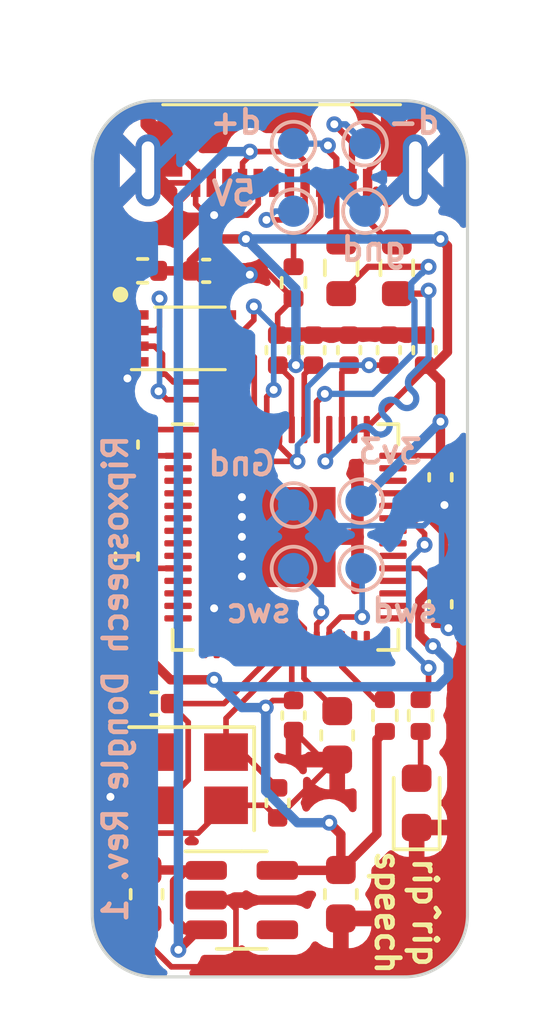
<source format=kicad_pcb>
(kicad_pcb (version 20221018) (generator pcbnew)
  (layers (0 "F.Cu" signal) (31 "B.Cu" signal) (34 "B.Paste" user) (35 "F.Paste" user) (36 "B.SilkS" user "B.Silkscreen") (37 "F.SilkS" user "F.Silkscreen") (38 "B.Mask" user) (39 "F.Mask" user) (44 "Edge.Cuts" user))
  (net 0 "")
  (net 1 "GND")
  (net 2 "Net-(U1-XIN)")
  (net 3 "Net-(U1-XOUT)")
  (net 4 "+1V1")
  (net 5 "+3V3")
  (net 6 "+5V")
  (net 7 "Net-(D1-A)")
  (net 10 "Net-(J1-PadA05)")
  (net 11 "USB_d+")
  (net 12 "USB_d-")
  (net 15 "Net-(U1-RUN)")
  (net 16 "Net-(U1-GPIO25)")
  (net 17 "QSPI_CS")
  (net 18 "SWDIO")
  (net 19 "SWCLK")
  (net 49 "QSPI_SD3")
  (net 50 "QSPI_SCLK")
  (net 51 "QSPI_SD0")
  (net 52 "QSPI_SD2")
  (net 53 "QSPI_SD1")
  (net 55 "/usb-d+")
  (net 56 "/usb-d-")
  (footprint "Resistor_SMD:R_0603_1608Metric" (layer "F.Cu") (at 79.375 105.825 -90)
    (fp_text reference "R5")
    (fp_text value "27")
  )
  (footprint "Capacitor_SMD:C_0402_1005Metric" (layer "F.Cu") (at 77.851 120.142 -90)
    (fp_text reference "C8")
    (fp_text value "0.1u")
  )
  (footprint "Capacitor_SMD:C_0603_1608Metric" (layer "F.Cu") (at 79.364 125.857 -90)
    (fp_text reference "C16")
    (fp_text value "10uF")
  )
  (footprint "Resistor_SMD:R_0402_1005Metric" (layer "F.Cu") (at 80.772 120.142 90)
    (fp_text reference "R1")
    (fp_text value "1K")
  )
  (footprint "Capacitor_SMD:C_0402_1005Metric" (layer "F.Cu") (at 77.343 122.936 90)
    (fp_text reference "C2")
    (fp_text value "12p")
  )
  (footprint "Capacitor_SMD:C_0402_1005Metric" (layer "F.Cu") (at 82.042 108.458 90)
    (fp_text reference "C14")
    (fp_text value "0.1u")
  )
  (footprint "Capacitor_SMD:C_0402_1005Metric" (layer "F.Cu") (at 77.343 108.458 90)
    (fp_text reference "C10")
    (fp_text value "0.1u")
  )
  (footprint "Capacitor_SMD:C_0603_1608Metric" (layer "F.Cu") (at 79.248 120.777 -90)
    (fp_text reference "C4")
    (fp_text value "1u")
  )
  (footprint "Capacitor_SMD:C_0402_1005Metric" (layer "F.Cu") (at 82.55 112.522 -90)
    (fp_text reference "C9")
    (fp_text value "0.1u")
  )
  (footprint "Package_DFN_QFN:QFN-56-1EP_7x7mm_P0.4mm_EP3.2x3.2mm" (layer "F.Cu") (at 77.594 114.4355)
    (fp_text reference "U1")
    (fp_text value "RP2040")
  )
  (footprint "Capacitor_SMD:C_0603_1608Metric" (layer "F.Cu") (at 73.152 125.857 -90)
    (fp_text reference "C15")
    (fp_text value "10uF")
  )
  (footprint "Resistor_SMD:R_0402_1005Metric" (layer "F.Cu") (at 73.025 105.922)
    (fp_text reference "R3")
    (fp_text value "10K")
  )
  (footprint "Crystal:Crystal_SMD_3225-4Pin_3.2x2.5mm" (layer "F.Cu") (at 74.592 122.163 180)
    (fp_text reference "Y1")
    (fp_text value "12Mhz")
  )
  (footprint "Capacitor_SMD:C_0402_1005Metric" (layer "F.Cu") (at 72.517 111.478 90)
    (fp_text reference "C13")
    (fp_text value "0.1u")
  )
  (footprint "Library:PLUG-USBC-121SMT-4BS2S" (layer "F.Cu") (at 77.47 100.608 180)
    (fp_text reference "J1")
    (fp_text value "~")
  )
  (footprint "Capacitor_SMD:C_0402_1005Metric" (layer "F.Cu") (at 80.899 108.458 90)
    (fp_text reference "C5")
    (fp_text value "0.1u")
  )
  (footprint "Capacitor_SMD:C_0402_1005Metric" (layer "F.Cu") (at 82.55 116.586 -90)
    (fp_text reference "C7")
    (fp_text value "0.1u")
  )
  (footprint "Package_TO_SOT_SMD:SOT-23-5" (layer "F.Cu") (at 76.1945 126.045)
    (fp_text reference "U3")
    (fp_text value "AP2112K-3.3")
  )
  (footprint "Capacitor_SMD:C_0402_1005Metric" (layer "F.Cu") (at 72.517 115.062 90)
    (fp_text reference "C12")
    (fp_text value "0.1u")
  )
  (footprint "Capacitor_SMD:C_0402_1005Metric" (layer "F.Cu") (at 78.486 108.458 90)
    (fp_text reference "C6")
    (fp_text value "0.1u")
  )
  (footprint "Capacitor_SMD:C_0402_1005Metric" (layer "F.Cu") (at 75.057 105.922)
    (fp_text reference "C11")
    (fp_text value "0.1u")
  )
  (footprint "Resistor_SMD:R_0402_1005Metric" (layer "F.Cu") (at 77.851 106.299 90)
    (fp_text reference "R4")
    (fp_text value "5.1k")
  )
  (footprint "Capacitor_SMD:C_0402_1005Metric" (layer "F.Cu") (at 73.406 119.761)
    (fp_text reference "C1")
    (fp_text value "12p")
  )
  (footprint "Library:SON50P300X200X60-9N" (layer "F.Cu") (at 74.165 108.081)
    (fp_text reference "U2")
    (fp_text value "W25Q64JV")
  )
  (footprint "Capacitor_SMD:C_0402_1005Metric" (layer "F.Cu") (at 79.629 108.458 90)
    (fp_text reference "C3")
    (fp_text value "0.1u")
  )
  (footprint "Resistor_SMD:R_0603_1608Metric" (layer "F.Cu") (at 81.153 105.825 -90)
    (fp_text reference "R6")
    (fp_text value "27")
  )
  (footprint "Resistor_SMD:R_0402_1005Metric" (layer "F.Cu") (at 81.915 120.142 90)
    (fp_text reference "R2")
    (fp_text value "470")
  )
  (footprint "LED_SMD:LED_0603_1608Metric" (layer "F.Cu") (at 81.788 122.936 90)
    (fp_text reference "D1")
    (fp_text value "Blue")
  )
  (footprint "TestPoint:TestPoint_Pad_D1.0mm" (layer "B.Cu") (at 80.137 101.854 180)
    (fp_text reference "TP6")
    (fp_text value "TestPoint")
  )
  (footprint "TestPoint:TestPoint_Pad_D1.0mm" (layer "B.Cu") (at 80.137 104.013 180)
    (fp_text reference "TP2")
    (fp_text value "TestPoint")
  )
  (footprint "TestPoint:TestPoint_Pad_D1.0mm" (layer "B.Cu") (at 77.851 104.013 180)
    (fp_text reference "TP7")
    (fp_text value "TestPoint")
  )
  (footprint "TestPoint:TestPoint_Pad_D1.0mm" (layer "B.Cu") (at 77.851 113.411 180)
    (fp_text reference "TP8")
    (fp_text value "TestPoint")
  )
  (footprint "TestPoint:TestPoint_Pad_D1.0mm" (layer "B.Cu") (at 77.851 101.854 180)
    (fp_text reference "TP5")
    (fp_text value "TestPoint")
  )
  (footprint "TestPoint:TestPoint_Pad_D1.0mm" (layer "B.Cu") (at 80.01 115.443 180)
    (fp_text reference "TP3")
    (fp_text value "TestPoint")
  )
  (footprint "TestPoint:TestPoint_Pad_D1.0mm" (layer "B.Cu") (at 80.01 113.284 180)
    (fp_text reference "TP1")
    (fp_text value "TestPoint")
  )
  (footprint "TestPoint:TestPoint_Pad_D1.0mm" (layer "B.Cu") (at 77.851 115.443 180)
    (fp_text reference "TP4")
    (fp_text value "TestPoint")
  )
  (gr_arc (start 81.4136 100.4824) (mid 82.827814 101.068186) (end 83.4136 102.4824) (stroke (width 0.1)) (layer "Edge.Cuts"))
  (gr_arc (start 73.4136 128.5) (mid 71.999386 127.914214) (end 71.4136 126.5) (stroke (width 0.1)) (layer "Edge.Cuts"))
  (gr_arc (start 71.4136 102.4824) (mid 71.999386 101.068186) (end 73.4136 100.4824) (stroke (width 0.1)) (layer "Edge.Cuts"))
  (gr_line (start 71.4136 126.5) (end 71.4136 102.4824) (stroke (width 0.1)) (layer "Edge.Cuts"))
  (gr_line (start 83.4136 102.4824) (end 83.4136 126.5) (stroke (width 0.1)) (layer "Edge.Cuts"))
  (gr_line (start 81.4136 128.5) (end 73.4136 128.5) (stroke (width 0.1)) (layer "Edge.Cuts"))
  (gr_arc (start 83.4136 126.5) (mid 82.827814 127.914214) (end 81.4136 128.5) (stroke (width 0.1)) (layer "Edge.Cuts"))
  (gr_line (start 73.4136 100.4824) (end 81.4136 100.4824) (stroke (width 0.1)) (layer "Edge.Cuts"))
  (gr_text "3v3" (at 82.042 112.141) (layer "B.SilkS") (effects (font (size 0.75 0.75)) (justify left bottom mirror)))
  (gr_text "5V" (at 76.708 103.886) (layer "B.SilkS") (effects (font (size 0.75 0.75)) (justify left bottom mirror)))
  (gr_text "d+" (at 76.9112 101.6) (layer "B.SilkS") (effects (font (size 0.75 0.75)) (justify left bottom mirror)))
  (gr_text "d-" (at 82.6008 101.6) (layer "B.SilkS") (effects (font (size 0.75 0.75)) (justify left bottom mirror)))
  (gr_text "Ripxospeech Dongle Rev. 1" (at 72.5932 111.0996 90) (layer "B.SilkS") (effects (font (size 0.75 0.75)) (justify left bottom mirror)))
  (gr_text "Gnd" (at 77.343 112.522) (layer "B.SilkS") (effects (font (size 0.75 0.75)) (justify left bottom mirror)))
  (gr_text "swd" (at 82.55 117.221) (layer "B.SilkS") (effects (font (size 0.75 0.75)) (justify left bottom mirror)))
  (gr_text "gnd" (at 81.534 105.664) (layer "B.SilkS") (effects (font (size 0.75 0.75)) (justify left bottom mirror)))
  (gr_text "swc" (at 77.851 117.221) (layer "B.SilkS") (effects (font (size 0.75 0.75)) (justify left bottom mirror)))
  (gr_text "rip^rip\nspeech" (at 80.4164 126.4412 270) (layer "F.SilkS") (effects (font (size 0.75 0.75)) (justify bottom)))
  (segment (start 80.22 103.108) (end 80.22 102.733) (width 0.18) (layer "F.Cu") (net 1))
  (segment (start 76.594 117.873) (end 76.594 117.353282) (width 0.18) (layer "F.Cu") (net 1))
  (segment (start 72 122.748517) (end 71.994401 122.742918) (width 0.18) (layer "F.Cu") (net 1))
  (segment (start 72.765 109.1345) (end 72.765 108.831) (width 0.18) (layer "F.Cu") (net 1))
  (segment (start 73.152 127.388333) (end 73.942667 128.179) (width 0.18) (layer "F.Cu") (net 1))
  (segment (start 72.502 123.903) (end 72 123.401) (width 0.18) (layer "F.Cu") (net 1))
  (segment (start 72 123.401) (end 72 122.748517) (width 0.18) (layer "F.Cu") (net 1))
  (segment (start 76.94 123.013) (end 77.343 123.416) (width 0.18) (layer "F.Cu") (net 1))
  (segment (start 75.692 117.094) (end 75.311 116.713) (width 0.18) (layer "F.Cu") (net 1))
  (segment (start 75.692 123.013) (end 74.802 123.903) (width 0.18) (layer "F.Cu") (net 1))
  (segment (start 76.577 105.922) (end 76.454 106.045) (width 0.18) (layer "F.Cu") (net 1))
  (segment (start 75.072 104.14) (end 74.72 103.788) (width 0.18) (layer "F.Cu") (net 1))
  (segment (start 76.0095 127.9905) (end 76.0095 126.335001) (width 0.18) (layer "F.Cu") (net 1))
  (segment (start 80.22 102.733) (end 81.045 101.908) (width 0.18) (layer "F.Cu") (net 1))
  (segment (start 74.72 102.733) (end 73.895 101.908) (width 0.18) (layer "F.Cu") (net 1))
  (segment (start 77.851 106.809) (end 76.964 105.922) (width 0.18) (layer "F.Cu") (net 1))
  (segment (start 79.248 121.552) (end 79.207 121.552) (width 0.18) (layer "F.Cu") (net 1))
  (segment (start 77.343 107.978) (end 77.343 107.317) (width 0.18) (layer "F.Cu") (net 1))
  (segment (start 75.719499 126.045) (end 75.057 126.045) (width 0.18) (layer "F.Cu") (net 1))
  (segment (start 73.595 103.108) (end 73.195 102.708) (width 0.18) (layer "F.Cu") (net 1))
  (segment (start 77.343 107.317) (end 77.851 106.809) (width 0.18) (layer "F.Cu") (net 1))
  (segment (start 72 122.705) (end 73.392 121.313) (width 0.18) (layer "F.Cu") (net 1))
  (segment (start 82.677 113.129) (end 82.55 113.002) (width 0.18) (layer "F.Cu") (net 1))
  (segment (start 76.368 104.14) (end 75.311 104.14) (width 0.18) (layer "F.Cu") (net 1))
  (segment (start 74.72 103.788) (end 74.72 103.108) (width 0.18) (layer "F.Cu") (net 1))
  (segment (start 76.334718 117.094) (end 75.692 117.094) (width 0.18) (layer "F.Cu") (net 1))
  (segment (start 81.045 102.008) (end 81.745 102.708) (width 0.18) (layer "F.Cu") (net 1))
  (segment (start 82.55 117.094) (end 82.804 117.348) (width 0.18) (layer "F.Cu") (net 1))
  (segment (start 76.0095 126.335001) (end 75.719499 126.045) (width 0.18) (layer "F.Cu") (net 1))
  (segment (start 76.72 103.108) (end 76.72 103.788) (width 0.18) (layer "F.Cu") (net 1))
  (segment (start 72.538063 109.361437) (end 72.765 109.1345) (width 0.18) (layer "F.Cu") (net 1))
  (segment (start 79.248 121.552) (end 78.781 121.552) (width 0.18) (layer "F.Cu") (net 1))
  (segment (start 76.964 105.922) (end 76.577 105.922) (width 0.18) (layer "F.Cu") (net 1))
  (segment (start 78.781 121.552) (end 77.851 120.622) (width 0.18) (layer "F.Cu") (net 1))
  (segment (start 75.311 104.14) (end 75.072 104.14) (width 0.18) (layer "F.Cu") (net 1))
  (segment (start 76.72 103.788) (end 76.368 104.14) (width 0.18) (layer "F.Cu") (net 1))
  (segment (start 76.454 106.045) (end 76.331 105.922) (width 0.18) (layer "F.Cu") (net 1))
  (segment (start 82.677 113.411) (end 82.677 113.129) (width 0.18) (layer "F.Cu") (net 1))
  (segment (start 72 122.737319) (end 72 122.705) (width 0.18) (layer "F.Cu") (net 1))
  (segment (start 82.55 117.066) (end 82.55 117.094) (width 0.18) (layer "F.Cu") (net 1))
  (segment (start 73.942667 128.179) (end 75.821 128.179) (width 0.18) (layer "F.Cu") (net 1))
  (segment (start 74.802 123.903) (end 72.502 123.903) (width 0.18) (layer "F.Cu") (net 1))
  (segment (start 76.594 117.353282) (end 76.334718 117.094) (width 0.18) (layer "F.Cu") (net 1))
  (segment (start 76.331 105.922) (end 75.537 105.922) (width 0.18) (layer "F.Cu") (net 1))
  (segment (start 74.72 103.108) (end 73.595 103.108) (width 0.18) (layer "F.Cu") (net 1))
  (segment (start 79.207 121.552) (end 77.343 123.416) (width 0.18) (layer "F.Cu") (net 1))
  (segment (start 73.152 126.632) (end 73.152 127.388333) (width 0.18) (layer "F.Cu") (net 1))
  (segment (start 71.994401 122.742918) (end 72 122.737319) (width 0.18) (layer "F.Cu") (net 1))
  (segment (start 75.821 128.179) (end 76.0095 127.9905) (width 0.18) (layer "F.Cu") (net 1))
  (segment (start 81.045 101.908) (end 81.045 102.008) (width 0.18) (layer "F.Cu") (net 1))
  (segment (start 74.72 103.108) (end 74.72 102.733) (width 0.18) (layer "F.Cu") (net 1))
  (segment (start 73.392 121.313) (end 73.492 121.313) (width 0.18) (layer "F.Cu") (net 1))
  (segment (start 75.692 123.013) (end 76.94 123.013) (width 0.18) (layer "F.Cu") (net 1))
  (via (at 72.538063 109.361437) (size 0.508) (drill 0.254) (layers "F.Cu" "B.Cu") (net 1))
  (via (at 76.2 113.157) (size 0.508) (drill 0.254) (layers "F.Cu" "B.Cu") (net 1))
  (via (at 82.677 113.411) (size 0.508) (drill 0.254) (layers "F.Cu" "B.Cu") (net 1))
  (via (at 75.311 104.14) (size 0.508) (drill 0.254) (layers "F.Cu" "B.Cu") (net 1))
  (via (at 76.2 115.062) (size 0.508) (drill 0.254) (layers "F.Cu" "B.Cu") (net 1))
  (via (at 71.994401 122.742918) (size 0.508) (drill 0.254) (layers "F.Cu" "B.Cu") (net 1))
  (via (at 76.2 113.792) (size 0.508) (drill 0.254) (layers "F.Cu" "B.Cu") (net 1))
  (via (at 82.804 117.348) (size 0.508) (drill 0.254) (layers "F.Cu" "B.Cu") (net 1))
  (via (at 76.2 114.427) (size 0.508) (drill 0.254) (layers "F.Cu" "B.Cu") (net 1))
  (via (at 76.454 106.045) (size 0.508) (drill 0.254) (layers "F.Cu" "B.Cu") (net 1))
  (via (at 75.311 116.713) (size 0.508) (drill 0.254) (layers "F.Cu" "B.Cu") (net 1))
  (via (at 76.2 115.697) (size 0.508) (drill 0.254) (layers "F.Cu" "B.Cu") (net 1))
  (segment (start 82.677 113.411) (end 82.014 114.074) (width 0.18) (layer "B.Cu") (net 1))
  (segment (start 75.311 116.713) (end 75.311 116.586) (width 0.18) (layer "B.Cu") (net 1))
  (segment (start 76.454 106.045) (end 75.311 104.902) (width 0.18) (layer "B.Cu") (net 1))
  (segment (start 82.014 114.074) (end 78.514 114.074) (width 0.18) (layer "B.Cu") (net 1))
  (segment (start 79.121 102.997) (end 76.454 102.997) (width 0.18) (layer "B.Cu") (net 1))
  (segment (start 82.804 117.348) (end 82.586 117.13) (width 0.18) (layer "B.Cu") (net 1))
  (segment (start 78.514 114.074) (end 77.851 113.411) (width 0.18) (layer "B.Cu") (net 1))
  (segment (start 75.311 116.586) (end 76.2 115.697) (width 0.18) (layer "B.Cu") (net 1))
  (segment (start 80.137 104.013) (end 79.121 102.997) (width 0.18) (layer "B.Cu") (net 1))
  (segment (start 76.454 102.997) (end 75.311 104.14) (width 0.18) (layer "B.Cu") (net 1))
  (segment (start 82.586 113.502) (end 82.677 113.411) (width 0.18) (layer "B.Cu") (net 1))
  (segment (start 82.586 117.13) (end 82.586 113.502) (width 0.18) (layer "B.Cu") (net 1))
  (segment (start 75.311 104.902) (end 75.311 104.14) (width 0.18) (layer "B.Cu") (net 1))
  (segment (start 73.672 123.013) (end 74.482 122.203) (width 0.18) (layer "F.Cu") (net 2))
  (segment (start 75.625718 119.761) (end 73.886 119.761) (width 0.18) (layer "F.Cu") (net 2))
  (segment (start 74.482 122.203) (end 74.482 120.357) (width 0.18) (layer "F.Cu") (net 2))
  (segment (start 73.492 123.013) (end 73.672 123.013) (width 0.18) (layer "F.Cu") (net 2))
  (segment (start 76.994 117.873) (end 76.994 118.392718) (width 0.18) (layer "F.Cu") (net 2))
  (segment (start 76.994 118.392718) (end 75.625718 119.761) (width 0.18) (layer "F.Cu") (net 2))
  (segment (start 74.482 120.357) (end 73.886 119.761) (width 0.18) (layer "F.Cu") (net 2))
  (segment (start 75.692 120.23212) (end 77.394 118.53012) (width 0.18) (layer "F.Cu") (net 3))
  (segment (start 77.343 122.456) (end 76.2 121.313) (width 0.18) (layer "F.Cu") (net 3))
  (segment (start 77.394 118.53012) (end 77.394 117.873) (width 0.18) (layer "F.Cu") (net 3))
  (segment (start 76.2 121.313) (end 75.692 121.313) (width 0.18) (layer "F.Cu") (net 3))
  (segment (start 75.692 121.313) (end 75.692 120.23212) (width 0.18) (layer "F.Cu") (net 3))
  (segment (start 79.629 108.938) (end 80.264 108.938) (width 0.18) (layer "F.Cu") (net 4))
  (segment (start 78.194 117.873) (end 78.194 117.353282) (width 0.18) (layer "F.Cu") (net 4))
  (segment (start 77.394 110.998) (end 77.394 111.517718) (width 0.18) (layer "F.Cu") (net 4))
  (segment (start 77.890282 112.014) (end 77.978 112.014) (width 0.18) (layer "F.Cu") (net 4))
  (segment (start 78.194 117.353282) (end 77.553718 116.713) (width 0.18) (layer "F.Cu") (net 4))
  (segment (start 80.264 108.938) (end 80.899 108.938) (width 0.18) (layer "F.Cu") (net 4))
  (segment (start 75.311 112.9385) (end 76.2355 112.014) (width 0.18) (layer "F.Cu") (net 4))
  (segment (start 77.553718 116.713) (end 76.2 116.713) (width 0.18) (layer "F.Cu") (net 4))
  (segment (start 79.235 120.002) (end 78.184 118.951) (width 0.18) (layer "F.Cu") (net 4))
  (segment (start 78.184 117.883) (end 78.194 117.873) (width 0.18) (layer "F.Cu") (net 4))
  (segment (start 79.248 120.002) (end 79.235 120.002) (width 0.18) (layer "F.Cu") (net 4))
  (segment (start 79.394 110.998) (end 79.394 109.173) (width 0.18) (layer "F.Cu") (net 4))
  (segment (start 76.2355 112.014) (end 77.978 112.014) (width 0.18) (layer "F.Cu") (net 4))
  (segment (start 79.394 109.173) (end 79.629 108.938) (width 0.18) (layer "F.Cu") (net 4))
  (segment (start 77.394 111.517718) (end 77.890282 112.014) (width 0.18) (layer "F.Cu") (net 4))
  (segment (start 78.184 118.951) (end 78.184 117.883) (width 0.18) (layer "F.Cu") (net 4))
  (segment (start 76.2 116.713) (end 75.311 115.824) (width 0.18) (layer "F.Cu") (net 4))
  (segment (start 75.311 115.824) (end 75.311 112.9385) (width 0.18) (layer "F.Cu") (net 4))
  (via (at 80.264 108.938) (size 0.508) (drill 0.254) (layers "F.Cu" "B.Cu") (net 4))
  (via (at 77.978 112.014) (size 0.508) (drill 0.254) (layers "F.Cu" "B.Cu") (net 4))
  (segment (start 77.978 112.014) (end 77.978 111.506) (width 0.18) (layer "B.Cu") (net 4))
  (segment (start 78.998167 108.938) (end 80.264 108.938) (width 0.18) (layer "B.Cu") (net 4))
  (segment (start 78.3065 109.629667) (end 78.998167 108.938) (width 0.18) (layer "B.Cu") (net 4))
  (segment (start 78.3065 111.1775) (end 78.3065 109.629667) (width 0.18) (layer "B.Cu") (net 4))
  (segment (start 77.978 111.506) (end 78.3065 111.1775) (width 0.18) (layer "B.Cu") (net 4))
  (segment (start 82.240001 116.106) (end 82.55 116.106) (width 0.3) (layer "F.Cu") (net 5))
  (segment (start 79.794 110.998) (end 80.01 110.998) (width 0.18) (layer "F.Cu") (net 5))
  (segment (start 74.577 105.922) (end 74.577 105.612001) (width 0.3) (layer "F.Cu") (net 5))
  (segment (start 82.55 110.744) (end 82.55 112.042) (width 0.3) (layer "F.Cu") (net 5))
  (segment (start 77.332 125.095) (end 79.351 125.095) (width 0.3) (layer "F.Cu") (net 5))
  (segment (start 73.279 114.9275) (end 72.6645 115.542) (width 0.3) (layer "F.Cu") (net 5))
  (segment (start 80.518 123.928) (end 79.364 125.082) (width 0.3) (layer "F.Cu") (net 5))
  (segment (start 82.55 109.446) (end 82.55 110.744) (width 0.3) (layer "F.Cu") (net 5))
  (segment (start 72.517 111.958) (end 73.279 112.72) (width 0.3) (layer "F.Cu") (net 5))
  (segment (start 77.343 108.938) (end 78.486 108.938) (width 0.18) (layer "F.Cu") (net 5))
  (segment (start 74.577 105.612001) (end 75.287001 104.902) (width 0.3) (layer "F.Cu") (net 5))
  (segment (start 80.01 110.998) (end 80.194 110.998) (width 0.18) (layer "F.Cu") (net 5))
  (segment (start 82.042 109.093) (end 82.042 108.938) (width 0.18) (layer "F.Cu") (net 5))
  (segment (start 82.55 116.106) (end 82.646 116.01) (width 0.3) (layer "F.Cu") (net 5))
  (segment (start 75.565 107.331) (end 75.565 106.91) (width 0.18) (layer "F.Cu") (net 5))
  (segment (start 77.188 119.662) (end 76.962 119.888) (width 0.18) (layer "F.Cu") (net 5))
  (segment (start 75.311 118.999) (end 73.914 118.999) (width 0.3) (layer "F.Cu") (net 5))
  (segment (start 72.6645 115.542) (end 72.517 115.542) (width 0.3) (layer "F.Cu") (net 5))
  (segment (start 82.351999 108.938) (end 82.773 108.516999) (width 0.3) (layer "F.Cu") (net 5))
  (segment (start 82.042 108.938) (end 82.351999 108.938) (width 0.3) (layer "F.Cu") (net 5))
  (segment (start 75.287001 104.902) (end 76.327 104.902) (width 0.3) (layer "F.Cu") (net 5))
  (segment (start 82.646 114.2535) (end 81.819 113.4265) (width 0.3) (layer "F.Cu") (net 5))
  (segment (start 82.307753 117.924237) (end 82.237237 117.924237) (width 0.3) (layer "F.Cu") (net 5))
  (segment (start 77.784 109.379) (end 77.343 108.938) (width 0.18) (layer "F.Cu") (net 5))
  (segment (start 82.55 116.106) (end 81.8795 115.4355) (width 0.18) (layer "F.Cu") (net 5))
  (segment (start 81.819 113.4265) (end 81.819 112.618) (width 0.3) (layer "F.Cu") (net 5))
  (segment (start 77.851 119.662) (end 77.794 119.605) (width 0.18) (layer "F.Cu") (net 5))
  (segment (start 72.517 117.602) (end 72.517 115.542) (width 0.3) (layer "F.Cu") (net 5))
  (segment (start 72.6395 111.8355) (end 74.1565 111.8355) (width 0.18) (layer "F.Cu") (net 5))
  (segment (start 81.89 117.577) (end 81.89 116.456001) (width 0.3) (layer "F.Cu") (net 5))
  (segment (start 82.55 112.042) (end 82.3435 111.8355) (width 0.18) (layer "F.Cu") (net 5))
  (segment (start 82.395 112.042) (end 82.55 112.042) (width 0.3) (layer "F.Cu") (net 5))
  (segment (start 82.237237 117.924237) (end 81.89 117.577) (width 0.3) (layer "F.Cu") (net 5))
  (segment (start 80.01 110.998) (end 80.137 110.998) (width 0.18) (layer "F.Cu") (net 5))
  (segment (start 78.194 110.998) (end 78.194 109.23) (width 0.18) (layer "F.Cu") (net 5))
  (segment (start 81.89 116.456001) (end 82.240001 116.106) (width 0.3) (layer "F.Cu") (net 5))
  (segment (start 82.646 116.01) (end 82.646 114.2535) (width 0.3) (layer "F.Cu") (net 5))
  (segment (start 82.042 108.938) (end 82.55 109.446) (width 0.3) (layer "F.Cu") (net 5))
  (segment (start 81.8795 115.4355) (end 81.0315 115.4355) (width 0.18) (layer "F.Cu") (net 5))
  (segment (start 82.773 108.516999) (end 82.773 105.125) (width 0.3) (layer "F.Cu") (net 5))
  (segment (start 73.914 118.999) (end 72.517 117.602) (width 0.3) (layer "F.Cu") (net 5))
  (segment (start 73.535 105.922) (end 74.577 105.922) (width 0.3) (layer "F.Cu") (net 5))
  (segment (start 82.3435 111.8355) (end 81.0315 111.8355) (width 0.18) (layer "F.Cu") (net 5))
  (segment (start 82.773 105.125) (end 82.55 104.902) (width 0.3) (layer "F.Cu") (net 5))
  (segment (start 79.364 123.941) (end 78.994 123.571) (width 0.3) (layer "F.Cu") (net 5))
  (segment (start 72.517 111.958) (end 72.6395 111.8355) (width 0.18) (layer "F.Cu") (net 5))
  (segment (start 77.794 110.998) (end 77.784 110.988) (width 0.18) (layer "F.Cu") (net 5))
  (segment (start 72.6235 115.4355) (end 74.1565 115.4355) (width 0.18) (layer "F.Cu") (net 5))
  (segment (start 79.364 125.082) (end 79.364 123.941) (width 0.3) (layer "F.Cu") (net 5))
  (segment (start 77.794 119.605) (end 77.794 117.873) (width 0.18) (layer "F.Cu") (net 5))
  (segment (start 75.565 106.91) (end 74.577 105.922) (width 0.18) (layer "F.Cu") (net 5))
  (segment (start 72.517 115.542) (end 72.6235 115.4355) (width 0.18) (layer "F.Cu") (net 5))
  (segment (start 78.194 109.23) (end 78.486 108.938) (width 0.18) (layer "F.Cu") (net 5))
  (segment (start 81.819 112.618) (end 82.395 112.042) (width 0.3) (layer "F.Cu") (net 5))
  (segment (start 73.279 112.72) (end 73.279 114.9275) (width 0.3) (layer "F.Cu") (net 5))
  (segment (start 80.518 120.906) (end 80.518 123.928) (width 0.3) (layer "F.Cu") (net 5))
  (segment (start 79.351 125.095) (end 79.364 125.082) (width 0.3) (layer "F.Cu") (net 5))
  (segment (start 80.772 120.652) (end 80.518 120.906) (width 0.3) (layer "F.Cu") (net 5))
  (segment (start 77.851 119.662) (end 77.188 119.662) (width 0.18) (layer "F.Cu") (net 5))
  (segment (start 77.784 110.988) (end 77.784 109.379) (width 0.18) (layer "F.Cu") (net 5))
  (segment (start 80.137 110.998) (end 82.042 109.093) (width 0.18) (layer "F.Cu") (net 5))
  (via (at 78.994 123.571) (size 0.508) (drill 0.254) (layers "F.Cu" "B.Cu") (net 5))
  (via (at 82.55 110.744) (size 0.508) (drill 0.254) (layers "F.Cu" "B.Cu") (net 5))
  (via (at 75.311 118.999) (size 0.508) (drill 0.254) (layers "F.Cu" "B.Cu") (net 5))
  (via (at 77.9272 108.938) (size 0.508) (drill 0.254) (layers "F.Cu" "B.Cu") (net 5))
  (via (at 76.962 119.888) (size 0.508) (drill 0.254) (layers "F.Cu" "B.Cu") (net 5))
  (via (at 82.307753 117.924237) (size 0.508) (drill 0.254) (layers "F.Cu" "B.Cu") (net 5))
  (via (at 76.327 104.902) (size 0.508) (drill 0.254) (layers "F.Cu" "B.Cu") (net 5))
  (via (at 82.55 104.902) (size 0.508) (drill 0.254) (layers "F.Cu" "B.Cu") (net 5))
  (segment (start 82.419185 118.014) (end 82.804 118.398815) (width 0.3) (layer "B.Cu") (net 5))
  (segment (start 82.397516 118.014) (end 82.419185 118.014) (width 0.3) (layer "B.Cu") (net 5))
  (segment (start 75.534 119.222) (end 75.311 118.999) (width 0.3) (layer "B.Cu") (net 5))
  (segment (start 76.962 119.888) (end 76.2 119.888) (width 0.3) (layer "B.Cu") (net 5))
  (segment (start 77.9272 106.5022) (end 77.9272 108.938) (width 0.3) (layer "B.Cu") (net 5))
  (segment (start 80.01 113.284) (end 82.55 110.744) (width 0.3) (layer "B.Cu") (net 5))
  (segment (start 82.804 118.398815) (end 82.804 118.872) (width 0.3) (layer "B.Cu") (net 5))
  (segment (start 82.454 119.222) (end 75.534 119.222) (width 0.3) (layer "B.Cu") (net 5))
  (segment (start 76.2 119.888) (end 75.311 118.999) (width 0.3) (layer "B.Cu") (net 5))
  (segment (start 78.994 123.571) (end 77.978 123.571) (width 0.3) (layer "B.Cu") (net 5))
  (segment (start 82.307753 117.924237) (end 82.397516 118.014) (width 0.3) (layer "B.Cu") (net 5))
  (segment (start 77.978 123.571) (end 76.962 122.555) (width 0.3) (layer "B.Cu") (net 5))
  (segment (start 76.962 122.555) (end 76.962 119.888) (width 0.3) (layer "B.Cu") (net 5))
  (segment (start 76.327 104.902) (end 77.9272 106.5022) (width 0.3) (layer "B.Cu") (net 5))
  (segment (start 82.55 104.902) (end 76.327 104.902) (width 0.3) (layer "B.Cu") (net 5))
  (segment (start 82.804 118.872) (end 82.454 119.222) (width 0.3) (layer "B.Cu") (net 5))
  (segment (start 74.394501 125.095) (end 75.057 125.095) (width 0.3) (layer "F.Cu") (net 6))
  (segment (start 77.715676 104.292324) (end 78.22 103.788) (width 0.18) (layer "F.Cu") (net 6))
  (segment (start 78.22 102.428) (end 78.22 103.108) (width 0.18) (layer "F.Cu") (net 6))
  (segment (start 76.454 102.108) (end 76.454 102.235) (width 0.18) (layer "F.Cu") (net 6))
  (segment (start 78.22 103.788) (end 78.22 103.108) (width 0.18) (layer "F.Cu") (net 6))
  (segment (start 76.22 102.469) (end 76.22 103.108) (width 0.18) (layer "F.Cu") (net 6))
  (segment (start 75.057 126.995) (end 74.808 126.995) (width 0.3) (layer "F.Cu") (net 6))
  (segment (start 74.0445 126.644999) (end 74.0445 125.445001) (width 0.3) (layer "F.Cu") (net 6))
  (segment (start 74.808 126.995) (end 74.168 127.635) (width 0.3) (layer "F.Cu") (net 6))
  (segment (start 73.152 125.082) (end 75.044 125.082) (width 0.3) (layer "F.Cu") (net 6))
  (segment (start 77.9 102.108) (end 78.22 102.428) (width 0.18) (layer "F.Cu") (net 6))
  (segment (start 74.0445 125.445001) (end 74.394501 125.095) (width 0.3) (layer "F.Cu") (net 6))
  (segment (start 76.984303 104.292324) (end 77.715676 104.292324) (width 0.18) (layer "F.Cu") (net 6))
  (segment (start 76.454 102.108) (end 77.9 102.108) (width 0.18) (layer "F.Cu") (net 6))
  (segment (start 75.057 126.995) (end 74.394501 126.995) (width 0.3) (layer "F.Cu") (net 6))
  (segment (start 75.044 125.082) (end 75.057 125.095) (width 0.3) (layer "F.Cu") (net 6))
  (segment (start 74.394501 126.995) (end 74.0445 126.644999) (width 0.3) (layer "F.Cu") (net 6))
  (segment (start 76.454 102.235) (end 76.22 102.469) (width 0.18) (layer "F.Cu") (net 6))
  (via (at 76.454 102.108) (size 0.508) (drill 0.254) (layers "F.Cu" "B.Cu") (net 6))
  (via (at 74.168 127.635) (size 0.508) (drill 0.254) (layers "F.Cu" "B.Cu") (net 6))
  (via (at 76.984303 104.292324) (size 0.508) (drill 0.254) (layers "F.Cu" "B.Cu") (net 6))
  (segment (start 76.454 102.108) (end 75.692 102.108) (width 0.3) (layer "B.Cu") (net 6))
  (segment (start 75.692 102.108) (end 74.168 103.632) (width 0.3) (layer "B.Cu") (net 6))
  (segment (start 77.263627 104.013) (end 76.984303 104.292324) (width 0.18) (layer "B.Cu") (net 6))
  (segment (start 74.168 103.632) (end 74.168 127.635) (width 0.3) (layer "B.Cu") (net 6))
  (segment (start 77.851 104.013) (end 77.263627 104.013) (width 0.18) (layer "B.Cu") (net 6))
  (segment (start 81.915 120.652) (end 81.915 122.0215) (width 0.18) (layer "F.Cu") (net 7))
  (segment (start 81.915 122.0215) (end 81.788 122.1485) (width 0.18) (layer "F.Cu") (net 7))
  (segment (start 77.851 105.789) (end 77.851 105.029) (width 0.18) (layer "F.Cu") (net 10))
  (segment (start 77.851 105.029) (end 78.72 104.16) (width 0.18) (layer "F.Cu") (net 10))
  (segment (start 78.72 104.16) (end 78.72 103.108) (width 0.18) (layer "F.Cu") (net 10))
  (segment (start 79.22 103.108) (end 79.22 104.845) (width 0.2) (layer "F.Cu") (net 11))
  (segment (start 79.22 102.334) (end 79.22 103.108) (width 0.2) (layer "F.Cu") (net 11))
  (segment (start 79.22 104.845) (end 79.375 105) (width 0.2) (layer "F.Cu") (net 11))
  (segment (start 78.950498 102.064498) (end 79.22 102.334) (width 0.2) (layer "F.Cu") (net 11))
  (segment (start 78.950498 101.912002) (end 78.950498 102.064498) (width 0.2) (layer "F.Cu") (net 11))
  (via (at 78.950498 101.912002) (size 0.508) (drill 0.254) (layers "F.Cu" "B.Cu") (net 11))
  (segment (start 78.892496 101.854) (end 77.851 101.854) (width 0.2) (layer "B.Cu") (net 11))
  (segment (start 78.950498 101.912002) (end 78.892496 101.854) (width 0.2) (layer "B.Cu") (net 11))
  (segment (start 80.912 105) (end 81.153 105) (width 0.2) (layer "F.Cu") (net 12))
  (segment (start 79.72 103.108) (end 79.72 103.808) (width 0.2) (layer "F.Cu") (net 12))
  (segment (start 79.154568 101.23457) (end 79.72 101.800002) (width 0.2) (layer "F.Cu") (net 12))
  (segment (start 79.72 101.800002) (end 79.72 103.108) (width 0.2) (layer "F.Cu") (net 12))
  (segment (start 79.72 103.808) (end 80.912 105) (width 0.2) (layer "F.Cu") (net 12))
  (via (at 79.154568 101.23457) (size 0.508) (drill 0.254) (layers "F.Cu" "B.Cu") (net 12))
  (segment (start 79.51757 101.23457) (end 80.137 101.854) (width 0.2) (layer "B.Cu") (net 12))
  (segment (start 79.154568 101.23457) (end 79.51757 101.23457) (width 0.2) (layer "B.Cu") (net 12))
  (segment (start 80.452001 119.632) (end 79.394 118.573999) (width 0.18) (layer "F.Cu") (net 15))
  (segment (start 80.772 119.632) (end 80.452001 119.632) (width 0.18) (layer "F.Cu") (net 15))
  (segment (start 79.394 118.573999) (end 79.394 117.873) (width 0.18) (layer "F.Cu") (net 15))
  (segment (start 82.169 118.618) (end 82.169 119.378) (width 0.18) (layer "F.Cu") (net 16))
  (segment (start 82.169 119.378) (end 81.915 119.632) (width 0.18) (layer "F.Cu") (net 16))
  (segment (start 82.042 114.681) (end 82.042 114.326282) (width 0.18) (layer "F.Cu") (net 16))
  (segment (start 81.551218 113.8355) (end 81.0315 113.8355) (width 0.18) (layer "F.Cu") (net 16))
  (segment (start 82.042 114.326282) (end 81.551218 113.8355) (width 0.18) (layer "F.Cu") (net 16))
  (via (at 82.169 118.618) (size 0.508) (drill 0.254) (layers "F.Cu" "B.Cu") (net 16))
  (via (at 82.042 114.681) (size 0.508) (drill 0.254) (layers "F.Cu" "B.Cu") (net 16))
  (segment (start 81.534 115.189) (end 81.534 117.983) (width 0.18) (layer "B.Cu") (net 16))
  (segment (start 81.534 117.983) (end 82.169 118.618) (width 0.18) (layer "B.Cu") (net 16))
  (segment (start 82.042 114.681) (end 81.534 115.189) (width 0.18) (layer "B.Cu") (net 16))
  (segment (start 72.085 107.331) (end 72.765 107.331) (width 0.18) (layer "F.Cu") (net 17))
  (segment (start 74.994 110.998) (end 73.406 110.998) (width 0.18) (layer "F.Cu") (net 17))
  (segment (start 71.882 107.534) (end 72.085 107.331) (width 0.18) (layer "F.Cu") (net 17))
  (segment (start 72.515 107.081) (end 72.765 107.331) (width 0.18) (layer "F.Cu") (net 17))
  (segment (start 71.882 109.474) (end 71.882 107.534) (width 0.18) (layer "F.Cu") (net 17))
  (segment (start 72.836 110.428) (end 71.882 109.474) (width 0.18) (layer "F.Cu") (net 17))
  (segment (start 73.117 110.676008) (end 72.868992 110.428) (width 0.18) (layer "F.Cu") (net 17))
  (segment (start 72.868992 110.428) (end 72.836 110.428) (width 0.18) (layer "F.Cu") (net 17))
  (segment (start 73.117 110.709) (end 73.117 110.676008) (width 0.18) (layer "F.Cu") (net 17))
  (segment (start 72.515 105.922) (end 72.515 107.081) (width 0.18) (layer "F.Cu") (net 17))
  (segment (start 73.406 110.998) (end 73.117 110.709) (width 0.18) (layer "F.Cu") (net 17))
  (segment (start 79.355165 116.992117) (end 78.994 117.353282) (width 0.18) (layer "F.Cu") (net 18))
  (segment (start 80.043545 116.992117) (end 79.355165 116.992117) (width 0.18) (layer "F.Cu") (net 18))
  (segment (start 78.994 117.353282) (end 78.994 117.873) (width 0.18) (layer "F.Cu") (net 18))
  (via (at 80.043545 116.992117) (size 0.508) (drill 0.254) (layers "F.Cu" "B.Cu") (net 18))
  (segment (start 80.043545 116.992117) (end 80.043545 115.476545) (width 0.18) (layer "B.Cu") (net 18))
  (segment (start 80.043545 115.476545) (end 80.01 115.443) (width 0.18) (layer "B.Cu") (net 18))
  (segment (start 78.739328 116.839328) (end 78.739328 117.070553) (width 0.18) (layer "F.Cu") (net 19))
  (segment (start 78.594 117.215881) (end 78.594 117.873) (width 0.18) (layer "F.Cu") (net 19))
  (segment (start 78.739328 117.070553) (end 78.594 117.215881) (width 0.18) (layer "F.Cu") (net 19))
  (via (at 78.739328 116.839328) (size 0.508) (drill 0.254) (layers "F.Cu" "B.Cu") (net 19))
  (segment (start 78.739328 116.331328) (end 77.851 115.443) (width 0.18) (layer "B.Cu") (net 19))
  (segment (start 78.739328 116.839328) (end 78.739328 116.331328) (width 0.18) (layer "B.Cu") (net 19))
  (segment (start 75.565 107.831) (end 76.245 107.831) (width 0.18) (layer "F.Cu") (net 49))
  (segment (start 77.216 109.728) (end 76.994 109.95) (width 0.18) (layer "F.Cu") (net 49))
  (segment (start 76.994 109.95) (end 76.994 110.998) (width 0.18) (layer "F.Cu") (net 49))
  (segment (start 76.245 107.831) (end 76.581 107.495) (width 0.18) (layer "F.Cu") (net 49))
  (segment (start 76.581 107.495) (end 76.581 107.061) (width 0.18) (layer "F.Cu") (net 49))
  (via (at 77.216 109.728) (size 0.508) (drill 0.254) (layers "F.Cu" "B.Cu") (net 49))
  (via (at 76.581 107.061) (size 0.508) (drill 0.254) (layers "F.Cu" "B.Cu") (net 49))
  (segment (start 77.216 109.728) (end 77.216 107.696) (width 0.18) (layer "B.Cu") (net 49))
  (segment (start 77.216 107.696) (end 76.581 107.061) (width 0.18) (layer "B.Cu") (net 49))
  (segment (start 76.594 108.68) (end 76.245 108.331) (width 0.18) (layer "F.Cu") (net 50))
  (segment (start 76.594 110.998) (end 76.594 108.68) (width 0.18) (layer "F.Cu") (net 50))
  (segment (start 75.565 108.331) (end 75.625 108.391) (width 0.18) (layer "F.Cu") (net 50))
  (segment (start 76.245 108.331) (end 75.565 108.331) (width 0.18) (layer "F.Cu") (net 50))
  (segment (start 76.194 109.46) (end 75.565 108.831) (width 0.18) (layer "F.Cu") (net 51))
  (segment (start 76.194 110.998) (end 76.194 109.46) (width 0.18) (layer "F.Cu") (net 51))
  (segment (start 74.003931 109.474) (end 73.758333 109.228402) (width 0.18) (layer "F.Cu") (net 52))
  (segment (start 74.92712 109.474) (end 74.003931 109.474) (width 0.18) (layer "F.Cu") (net 52))
  (segment (start 73.668402 109.228402) (end 73.66 109.22) (width 0.18) (layer "F.Cu") (net 52))
  (segment (start 73.66 109.22) (end 73.66 108.585) (width 0.18) (layer "F.Cu") (net 52))
  (segment (start 75.794 110.998) (end 75.794 110.34088) (width 0.18) (layer "F.Cu") (net 52))
  (segment (start 73.66 108.585) (end 73.406 108.331) (width 0.18) (layer "F.Cu") (net 52))
  (segment (start 73.758333 109.228402) (end 73.668402 109.228402) (width 0.18) (layer "F.Cu") (net 52))
  (segment (start 75.794 110.34088) (end 74.92712 109.474) (width 0.18) (layer "F.Cu") (net 52))
  (segment (start 73.406 108.331) (end 72.765 108.331) (width 0.18) (layer "F.Cu") (net 52))
  (segment (start 74.958148 110.04243) (end 75.394 110.478282) (width 0.18) (layer "F.Cu") (net 53))
  (segment (start 73.445 107.831) (end 73.5645 107.7115) (width 0.18) (layer "F.Cu") (net 53))
  (segment (start 75.394 110.478282) (end 75.394 110.998) (width 0.18) (layer "F.Cu") (net 53))
  (segment (start 72.765 107.831) (end 73.445 107.831) (width 0.18) (layer "F.Cu") (net 53))
  (segment (start 73.5645 107.7115) (end 73.5645 106.807) (width 0.18) (layer "F.Cu") (net 53))
  (segment (start 73.533 109.772402) (end 73.803028 110.04243) (width 0.18) (layer "F.Cu") (net 53))
  (segment (start 73.803028 110.04243) (end 74.958148 110.04243) (width 0.18) (layer "F.Cu") (net 53))
  (via (at 73.5645 106.807) (size 0.508) (drill 0.254) (layers "F.Cu" "B.Cu") (net 53))
  (via (at 73.533 109.772402) (size 0.508) (drill 0.254) (layers "F.Cu" "B.Cu") (net 53))
  (segment (start 73.5645 109.740902) (end 73.5645 106.807) (width 0.18) (layer "B.Cu") (net 53))
  (segment (start 73.533 109.772402) (end 73.5645 109.740902) (width 0.18) (layer "B.Cu") (net 53))
  (segment (start 78.594 110.1115) (end 78.8505 109.855) (width 0.2) (layer "F.Cu") (net 55))
  (segment (start 80.234 105.791) (end 82.169 105.791) (width 0.2) (layer "F.Cu") (net 55))
  (segment (start 79.375 106.65) (end 80.234 105.791) (width 0.2) (layer "F.Cu") (net 55))
  (segment (start 78.594 110.998) (end 78.594 110.1115) (width 0.2) (layer "F.Cu") (net 55))
  (via (at 82.169 105.791) (size 0.508) (drill 0.254) (layers "F.Cu" "B.Cu") (net 55))
  (via (at 78.8505 109.855) (size 0.508) (drill 0.254) (layers "F.Cu" "B.Cu") (net 55))
  (segment (start 82.169 105.791) (end 81.961 105.999) (width 0.2) (layer "B.Cu") (net 55))
  (segment (start 81.939525 105.999) (end 81.615 106.323525) (width 0.2) (layer "B.Cu") (net 55))
  (segment (start 81.961 105.999) (end 81.939525 105.999) (width 0.2) (layer "B.Cu") (net 55))
  (segment (start 81.615 106.323525) (end 81.615 106.782475) (width 0.2) (layer "B.Cu") (net 55))
  (segment (start 81.615 106.782475) (end 81.719 106.886475) (width 0.2) (layer "B.Cu") (net 55))
  (segment (start 81.719 108.525603) (end 80.389603 109.855) (width 0.2) (layer "B.Cu") (net 55))
  (segment (start 80.389603 109.855) (end 78.8505 109.855) (width 0.2) (layer "B.Cu") (net 55))
  (segment (start 81.719 106.886475) (end 81.719 108.525603) (width 0.2) (layer "B.Cu") (net 55))
  (segment (start 78.994 111.887) (end 78.994 110.998) (width 0.2) (layer "F.Cu") (net 56))
  (segment (start 82.072 106.65) (end 82.169 106.553) (width 0.2) (layer "F.Cu") (net 56))
  (segment (start 78.867 112.014) (end 78.994 111.887) (width 0.2) (layer "F.Cu") (net 56))
  (segment (start 81.153 106.65) (end 82.072 106.65) (width 0.2) (layer "F.Cu") (net 56))
  (via (at 78.867 112.014) (size 0.508) (drill 0.254) (layers "F.Cu" "B.Cu") (net 56))
  (via (at 82.169 106.553) (size 0.508) (drill 0.254) (layers "F.Cu" "B.Cu") (net 56))
  (segment (start 79.900443 110.980561) (end 79.900441 110.98056) (width 0.2) (layer "B.Cu") (net 56))
  (segment (start 80.748971 110.13203) (end 80.74897 110.13203) (width 0.2) (layer "B.Cu") (net 56))
  (segment (start 81.68845 110.222981) (end 81.688451 110.222981) (width 0.2) (layer "B.Cu") (net 56))
  (segment (start 81.264187 110.222981) (end 81.173237 110.132031) (width 0.2) (layer "B.Cu") (net 56))
  (segment (start 81.597499 109.707766) (end 81.68845 109.798717) (width 0.2) (layer "B.Cu") (net 56))
  (segment (start 79.900441 110.98056) (end 78.867 112.014) (width 0.2) (layer "B.Cu") (net 56))
  (segment (start 80.74897 110.556296) (end 80.748969 110.556296) (width 0.2) (layer "B.Cu") (net 56))
  (segment (start 82.169 108.712) (end 81.5975 109.2835) (width 0.2) (layer "B.Cu") (net 56))
  (segment (start 81.5975 109.707766) (end 81.597499 109.707766) (width 0.2) (layer "B.Cu") (net 56))
  (segment (start 80.748973 110.132031) (end 80.748971 110.13203) (width 0.2) (layer "B.Cu") (net 56))
  (segment (start 80.748969 110.556296) (end 80.839947 110.647274) (width 0.2) (layer "B.Cu") (net 56))
  (segment (start 80.415684 111.071538) (end 80.324707 110.980561) (width 0.2) (layer "B.Cu") (net 56))
  (segment (start 80.839947 111.071538) (end 80.839948 111.071538) (width 0.2) (layer "B.Cu") (net 56))
  (segment (start 82.169 106.553) (end 82.169 108.712) (width 0.2) (layer "B.Cu") (net 56))
  (arc (start 81.173237 110.132031) (mid 80.961105 110.044163) (end 80.748973 110.132031) (width 0.2) (layer "B.Cu") (net 56))
  (arc (start 81.688451 110.222981) (mid 81.476319 110.310849) (end 81.264187 110.222981) (width 0.2) (layer "B.Cu") (net 56))
  (arc (start 80.324707 110.980561) (mid 80.112575 110.892693) (end 79.900443 110.980561) (width 0.2) (layer "B.Cu") (net 56))
  (arc (start 81.68845 109.798717) (mid 81.776318 110.010849) (end 81.68845 110.222981) (width 0.2) (layer "B.Cu") (net 56))
  (arc (start 80.74897 110.13203) (mid 80.661101 110.344164) (end 80.74897 110.556296) (width 0.2) (layer "B.Cu") (net 56))
  (arc (start 80.839947 110.647274) (mid 80.927815 110.859406) (end 80.839947 111.071538) (width 0.2) (layer "B.Cu") (net 56))
  (arc (start 81.5975 109.2835) (mid 81.509631 109.495634) (end 81.5975 109.707766) (width 0.2) (layer "B.Cu") (net 56))
  (arc (start 80.839948 111.071538) (mid 80.627816 111.159406) (end 80.415684 111.071538) (width 0.2) (layer "B.Cu") (net 56))
  (zone (net 1) (net_name "GND") (layers "F&B.Cu") (connect_pads (clearance 0.5)) (min_thickness 0.25) (fill yes (thermal_gap 0.5) (thermal_bridge_width 0.5))
    (polygon (pts (xy 70 98) (xy 86 98) (xy 86 130) (xy 70 130)))
  )
)
</source>
